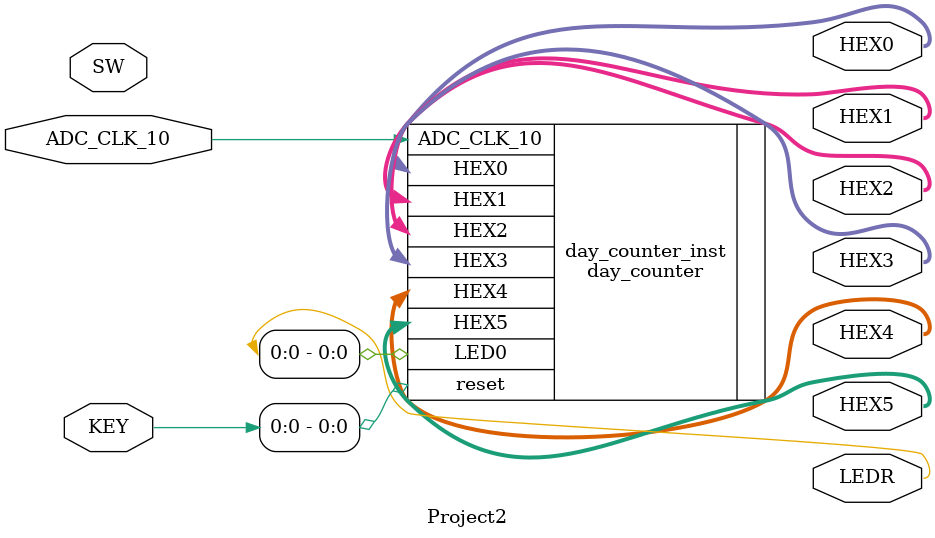
<source format=v>
module Project2 (SW, KEY, ADC_CLK_10, LEDR, HEX0, HEX1, HEX2, HEX3, HEX4, HEX5);
    input [9:0] SW;
    input [1:0] KEY;
    input ADC_CLK_10;
    output [9:0] LEDR;
    output [7:0] HEX0, HEX1, HEX2, HEX3, HEX4, HEX5;

    //1-99 Day Counter 
    day_counter day_counter_inst
    (
        .ADC_CLK_10(ADC_CLK_10),
        .reset(KEY[0]),
        .LED0(LEDR[0]),
        .HEX0(HEX0), 
        .HEX1(HEX1), 
        .HEX2(HEX2), 
        .HEX3(HEX3), 
        .HEX4(HEX4), 
        .HEX5(HEX5)
    );

endmodule
</source>
